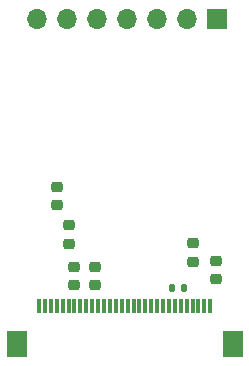
<source format=gbr>
%TF.GenerationSoftware,KiCad,Pcbnew,7.0.2*%
%TF.CreationDate,2025-01-10T16:23:45-06:00*%
%TF.ProjectId,gateDr_displayboard,67617465-4472-45f6-9469-73706c617962,rev?*%
%TF.SameCoordinates,Original*%
%TF.FileFunction,Soldermask,Bot*%
%TF.FilePolarity,Negative*%
%FSLAX46Y46*%
G04 Gerber Fmt 4.6, Leading zero omitted, Abs format (unit mm)*
G04 Created by KiCad (PCBNEW 7.0.2) date 2025-01-10 16:23:45*
%MOMM*%
%LPD*%
G01*
G04 APERTURE LIST*
G04 Aperture macros list*
%AMRoundRect*
0 Rectangle with rounded corners*
0 $1 Rounding radius*
0 $2 $3 $4 $5 $6 $7 $8 $9 X,Y pos of 4 corners*
0 Add a 4 corners polygon primitive as box body*
4,1,4,$2,$3,$4,$5,$6,$7,$8,$9,$2,$3,0*
0 Add four circle primitives for the rounded corners*
1,1,$1+$1,$2,$3*
1,1,$1+$1,$4,$5*
1,1,$1+$1,$6,$7*
1,1,$1+$1,$8,$9*
0 Add four rect primitives between the rounded corners*
20,1,$1+$1,$2,$3,$4,$5,0*
20,1,$1+$1,$4,$5,$6,$7,0*
20,1,$1+$1,$6,$7,$8,$9,0*
20,1,$1+$1,$8,$9,$2,$3,0*%
G04 Aperture macros list end*
%ADD10RoundRect,0.225000X0.250000X-0.225000X0.250000X0.225000X-0.250000X0.225000X-0.250000X-0.225000X0*%
%ADD11RoundRect,0.225000X-0.250000X0.225000X-0.250000X-0.225000X0.250000X-0.225000X0.250000X0.225000X0*%
%ADD12RoundRect,0.135000X-0.135000X-0.185000X0.135000X-0.185000X0.135000X0.185000X-0.135000X0.185000X0*%
%ADD13R,1.700000X1.700000*%
%ADD14O,1.700000X1.700000*%
%ADD15R,0.300000X1.300000*%
%ADD16R,1.800000X2.200000*%
G04 APERTURE END LIST*
D10*
%TO.C,C3*%
X71000000Y-86800000D03*
X71000000Y-85250000D03*
%TD*%
D11*
%TO.C,C6*%
X83000000Y-84725000D03*
X83000000Y-86275000D03*
%TD*%
D10*
%TO.C,C4*%
X72750000Y-86800000D03*
X72750000Y-85250000D03*
%TD*%
D11*
%TO.C,C5*%
X81000000Y-83250000D03*
X81000000Y-84800000D03*
%TD*%
D10*
%TO.C,C2*%
X70500000Y-83275000D03*
X70500000Y-81725000D03*
%TD*%
D12*
%TO.C,R1*%
X79230000Y-87000000D03*
X80250000Y-87000000D03*
%TD*%
D10*
%TO.C,C1*%
X69500000Y-80025000D03*
X69500000Y-78475000D03*
%TD*%
D13*
%TO.C,J1*%
X83040000Y-64220000D03*
D14*
X80500000Y-64220000D03*
X77960000Y-64220000D03*
X75420000Y-64220000D03*
X72880000Y-64220000D03*
X70340000Y-64220000D03*
X67800000Y-64220000D03*
%TD*%
D15*
%TO.C,J2*%
X68000000Y-88550000D03*
X68500000Y-88550000D03*
X69000000Y-88550000D03*
X69500000Y-88550000D03*
X70000000Y-88550000D03*
X70500000Y-88550000D03*
X71000000Y-88550000D03*
X71500000Y-88550000D03*
X72000000Y-88550000D03*
X72500000Y-88550000D03*
X73000000Y-88550000D03*
X73500000Y-88550000D03*
X74000000Y-88550000D03*
X74500000Y-88550000D03*
X75000000Y-88550000D03*
X75500000Y-88550000D03*
X76000000Y-88550000D03*
X76500000Y-88550000D03*
X77000000Y-88550000D03*
X77500000Y-88550000D03*
X78000000Y-88550000D03*
X78500000Y-88550000D03*
X79000000Y-88550000D03*
X79500000Y-88550000D03*
X80000000Y-88550000D03*
X80500000Y-88550000D03*
X81000000Y-88550000D03*
X81500000Y-88550000D03*
X82000000Y-88550000D03*
X82500000Y-88550000D03*
D16*
X66100000Y-91800000D03*
X84400000Y-91800000D03*
%TD*%
M02*

</source>
